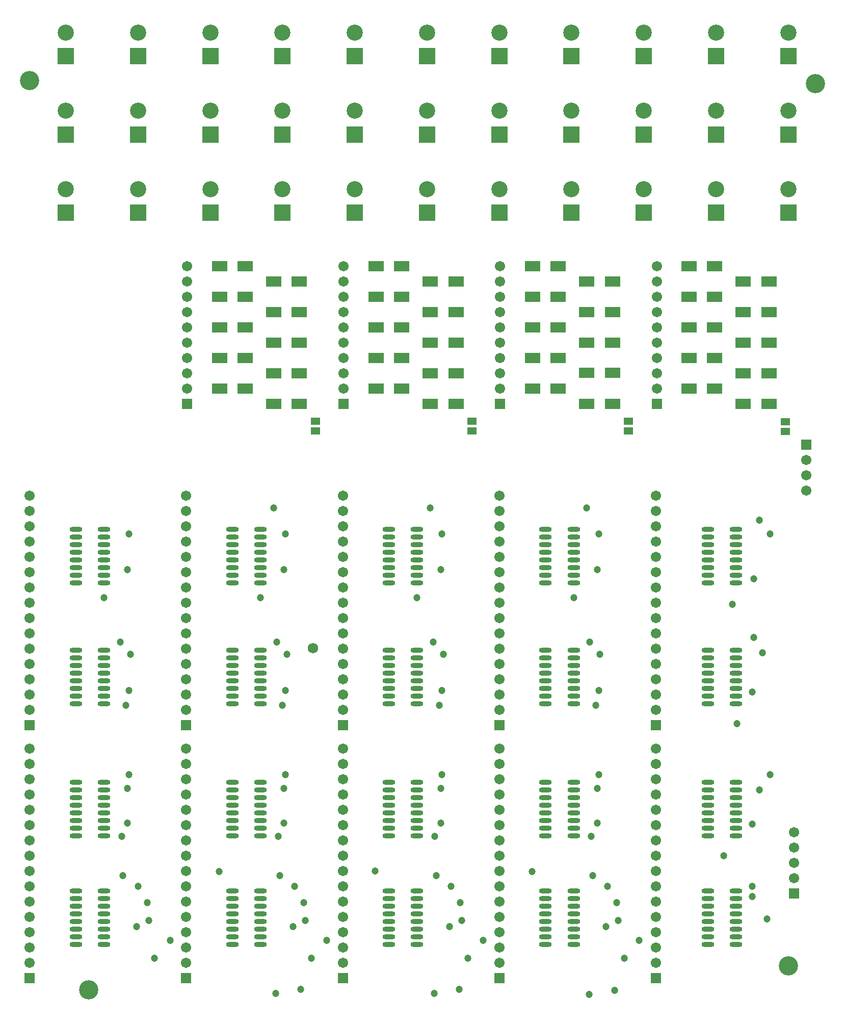
<source format=gts>
G04*
G04 #@! TF.GenerationSoftware,Altium Limited,Altium Designer,18.0.9 (584)*
G04*
G04 Layer_Color=8388736*
%FSLAX25Y25*%
%MOIN*%
G70*
G01*
G75*
%ADD17R,0.09973X0.06942*%
%ADD18R,0.05918X0.04737*%
%ADD19O,0.08280X0.03162*%
%ADD20C,0.06800*%
%ADD21R,0.10544X0.10544*%
%ADD22C,0.10544*%
%ADD23C,0.06706*%
%ADD24R,0.06706X0.06706*%
%ADD25C,0.12611*%
%ADD26C,0.04737*%
D17*
X379961Y419291D02*
D03*
X396811D02*
D03*
X482323Y398917D02*
D03*
X499173D02*
D03*
X446890Y408917D02*
D03*
X463740D02*
D03*
X482323Y418917D02*
D03*
X499173D02*
D03*
X446890Y428917D02*
D03*
X463740D02*
D03*
X482323Y438917D02*
D03*
X499173D02*
D03*
X446890Y448917D02*
D03*
X463740D02*
D03*
X482323Y458917D02*
D03*
X499173D02*
D03*
X446890Y468917D02*
D03*
X463740D02*
D03*
X482323Y478917D02*
D03*
X499173D02*
D03*
X446890Y488917D02*
D03*
X463740D02*
D03*
X294449Y398917D02*
D03*
X277598D02*
D03*
X396811D02*
D03*
X379960D02*
D03*
X259016Y408917D02*
D03*
X242165D02*
D03*
X361378D02*
D03*
X344527D02*
D03*
X294449Y418917D02*
D03*
X277598D02*
D03*
X259016Y428917D02*
D03*
X242165D02*
D03*
X361378D02*
D03*
X344527D02*
D03*
X294449Y438917D02*
D03*
X277598D02*
D03*
X396811D02*
D03*
X379960D02*
D03*
X259016Y448917D02*
D03*
X242165D02*
D03*
X361378D02*
D03*
X344527D02*
D03*
X294449Y458917D02*
D03*
X277598D02*
D03*
X396811D02*
D03*
X379960D02*
D03*
X259016Y468917D02*
D03*
X242165D02*
D03*
X361378D02*
D03*
X344527D02*
D03*
X294449Y478917D02*
D03*
X277598D02*
D03*
X396811D02*
D03*
X379960D02*
D03*
X259016Y488917D02*
D03*
X242165D02*
D03*
X361378D02*
D03*
X344527D02*
D03*
X192087Y398917D02*
D03*
X175236D02*
D03*
X156653Y408917D02*
D03*
X139803D02*
D03*
X192087Y418917D02*
D03*
X175236D02*
D03*
X156653Y428917D02*
D03*
X139803D02*
D03*
X192087Y438917D02*
D03*
X175236D02*
D03*
X156653Y448917D02*
D03*
X139803D02*
D03*
X192087Y458917D02*
D03*
X175236D02*
D03*
X156653Y468917D02*
D03*
X139803D02*
D03*
X192087Y478917D02*
D03*
X175236D02*
D03*
X156653Y488917D02*
D03*
X139803D02*
D03*
D18*
X509842Y380709D02*
D03*
Y387008D02*
D03*
X304921Y381299D02*
D03*
Y387598D02*
D03*
X407283Y381299D02*
D03*
Y387598D02*
D03*
X202559Y381299D02*
D03*
Y387598D02*
D03*
D19*
X269094Y316713D02*
D03*
Y311713D02*
D03*
Y306713D02*
D03*
Y301713D02*
D03*
Y296713D02*
D03*
Y291713D02*
D03*
Y286713D02*
D03*
Y281713D02*
D03*
X250590Y316713D02*
D03*
Y311713D02*
D03*
Y306713D02*
D03*
Y301713D02*
D03*
Y296713D02*
D03*
Y291713D02*
D03*
Y286713D02*
D03*
Y281713D02*
D03*
X269094Y151358D02*
D03*
Y146358D02*
D03*
Y141358D02*
D03*
Y136358D02*
D03*
Y131358D02*
D03*
Y126358D02*
D03*
Y121358D02*
D03*
Y116358D02*
D03*
X250590Y151358D02*
D03*
Y146358D02*
D03*
Y141358D02*
D03*
Y136358D02*
D03*
Y131358D02*
D03*
Y126358D02*
D03*
Y121358D02*
D03*
Y116358D02*
D03*
X64370Y316713D02*
D03*
Y311713D02*
D03*
Y306713D02*
D03*
Y301713D02*
D03*
Y296713D02*
D03*
Y291713D02*
D03*
Y286713D02*
D03*
Y281713D02*
D03*
X45866Y316713D02*
D03*
Y311713D02*
D03*
Y306713D02*
D03*
Y301713D02*
D03*
Y296713D02*
D03*
Y291713D02*
D03*
Y286713D02*
D03*
Y281713D02*
D03*
X166732Y316713D02*
D03*
Y311713D02*
D03*
Y306713D02*
D03*
Y301713D02*
D03*
Y296713D02*
D03*
Y291713D02*
D03*
Y286713D02*
D03*
Y281713D02*
D03*
X148228Y316713D02*
D03*
Y311713D02*
D03*
Y306713D02*
D03*
Y301713D02*
D03*
Y296713D02*
D03*
Y291713D02*
D03*
Y286713D02*
D03*
Y281713D02*
D03*
X166732Y151358D02*
D03*
Y146358D02*
D03*
Y141358D02*
D03*
Y136358D02*
D03*
Y131358D02*
D03*
Y126358D02*
D03*
Y121358D02*
D03*
Y116358D02*
D03*
X148228Y151358D02*
D03*
Y146358D02*
D03*
Y141358D02*
D03*
Y136358D02*
D03*
Y131358D02*
D03*
Y126358D02*
D03*
Y121358D02*
D03*
Y116358D02*
D03*
X64370Y151358D02*
D03*
Y146358D02*
D03*
Y141358D02*
D03*
Y136358D02*
D03*
Y131358D02*
D03*
Y126358D02*
D03*
Y121358D02*
D03*
Y116358D02*
D03*
X45866Y151358D02*
D03*
Y146358D02*
D03*
Y141358D02*
D03*
Y136358D02*
D03*
Y131358D02*
D03*
Y126358D02*
D03*
Y121358D02*
D03*
Y116358D02*
D03*
X269094Y237972D02*
D03*
Y232972D02*
D03*
Y227972D02*
D03*
Y222972D02*
D03*
Y217972D02*
D03*
Y212972D02*
D03*
Y207972D02*
D03*
Y202972D02*
D03*
X250590Y237972D02*
D03*
Y232972D02*
D03*
Y227972D02*
D03*
Y222972D02*
D03*
Y217972D02*
D03*
Y212972D02*
D03*
Y207972D02*
D03*
Y202972D02*
D03*
X269094Y80492D02*
D03*
Y75492D02*
D03*
Y70492D02*
D03*
Y65492D02*
D03*
Y60492D02*
D03*
Y55492D02*
D03*
Y50492D02*
D03*
Y45492D02*
D03*
X250590Y80492D02*
D03*
Y75492D02*
D03*
Y70492D02*
D03*
Y65492D02*
D03*
Y60492D02*
D03*
Y55492D02*
D03*
Y50492D02*
D03*
Y45492D02*
D03*
X64370Y237972D02*
D03*
Y232972D02*
D03*
Y227972D02*
D03*
Y222972D02*
D03*
Y217972D02*
D03*
Y212972D02*
D03*
Y207972D02*
D03*
Y202972D02*
D03*
X45866Y237972D02*
D03*
Y232972D02*
D03*
Y227972D02*
D03*
Y222972D02*
D03*
Y217972D02*
D03*
Y212972D02*
D03*
Y207972D02*
D03*
Y202972D02*
D03*
X166732Y237972D02*
D03*
X166732Y232972D02*
D03*
X166732Y227972D02*
D03*
Y222972D02*
D03*
Y217972D02*
D03*
Y212972D02*
D03*
X166732Y207972D02*
D03*
X166732Y202972D02*
D03*
X148228Y237972D02*
D03*
X148228Y232972D02*
D03*
X148228Y227972D02*
D03*
Y222972D02*
D03*
Y217972D02*
D03*
Y212972D02*
D03*
X148228Y207972D02*
D03*
X148228Y202972D02*
D03*
X166732Y80492D02*
D03*
Y75492D02*
D03*
Y70492D02*
D03*
Y65492D02*
D03*
Y60492D02*
D03*
Y55492D02*
D03*
Y50492D02*
D03*
Y45492D02*
D03*
X148228Y80492D02*
D03*
Y75492D02*
D03*
Y70492D02*
D03*
Y65492D02*
D03*
Y60492D02*
D03*
Y55492D02*
D03*
Y50492D02*
D03*
Y45492D02*
D03*
X64370Y80492D02*
D03*
Y75492D02*
D03*
Y70492D02*
D03*
Y65492D02*
D03*
Y60492D02*
D03*
Y55492D02*
D03*
Y50492D02*
D03*
Y45492D02*
D03*
X45866Y80492D02*
D03*
Y75492D02*
D03*
Y70492D02*
D03*
Y65492D02*
D03*
Y60492D02*
D03*
Y55492D02*
D03*
Y50492D02*
D03*
Y45492D02*
D03*
X371457Y316713D02*
D03*
Y311713D02*
D03*
Y306713D02*
D03*
Y301713D02*
D03*
Y296713D02*
D03*
Y291713D02*
D03*
Y286713D02*
D03*
Y281713D02*
D03*
X352953Y316713D02*
D03*
Y311713D02*
D03*
Y306713D02*
D03*
Y301713D02*
D03*
Y296713D02*
D03*
Y291713D02*
D03*
Y286713D02*
D03*
Y281713D02*
D03*
X371457Y237972D02*
D03*
Y232972D02*
D03*
Y227972D02*
D03*
Y222972D02*
D03*
Y217972D02*
D03*
Y212972D02*
D03*
Y207972D02*
D03*
Y202972D02*
D03*
X352953Y237972D02*
D03*
Y232972D02*
D03*
Y227972D02*
D03*
Y222972D02*
D03*
Y217972D02*
D03*
Y212972D02*
D03*
Y207972D02*
D03*
Y202972D02*
D03*
X371457Y151358D02*
D03*
Y146358D02*
D03*
Y141358D02*
D03*
Y136358D02*
D03*
Y131358D02*
D03*
Y126358D02*
D03*
Y121358D02*
D03*
Y116358D02*
D03*
X352953Y151358D02*
D03*
Y146358D02*
D03*
Y141358D02*
D03*
Y136358D02*
D03*
Y131358D02*
D03*
Y126358D02*
D03*
Y121358D02*
D03*
Y116358D02*
D03*
X371457Y80492D02*
D03*
Y75492D02*
D03*
Y70492D02*
D03*
Y65492D02*
D03*
Y60492D02*
D03*
Y55492D02*
D03*
Y50492D02*
D03*
Y45492D02*
D03*
X352953Y80492D02*
D03*
Y75492D02*
D03*
Y70492D02*
D03*
Y65492D02*
D03*
Y60492D02*
D03*
Y55492D02*
D03*
Y50492D02*
D03*
Y45492D02*
D03*
X477756Y316713D02*
D03*
Y311713D02*
D03*
Y306713D02*
D03*
Y301713D02*
D03*
Y296713D02*
D03*
Y291713D02*
D03*
Y286713D02*
D03*
Y281713D02*
D03*
X459252Y316713D02*
D03*
Y311713D02*
D03*
Y306713D02*
D03*
Y301713D02*
D03*
Y296713D02*
D03*
Y291713D02*
D03*
Y286713D02*
D03*
Y281713D02*
D03*
X477756Y237972D02*
D03*
Y232972D02*
D03*
Y227972D02*
D03*
Y222972D02*
D03*
Y217972D02*
D03*
Y212972D02*
D03*
Y207972D02*
D03*
Y202972D02*
D03*
X459252Y237972D02*
D03*
Y232972D02*
D03*
Y227972D02*
D03*
Y222972D02*
D03*
Y217972D02*
D03*
Y212972D02*
D03*
Y207972D02*
D03*
Y202972D02*
D03*
X477756Y151358D02*
D03*
Y146358D02*
D03*
Y141358D02*
D03*
Y136358D02*
D03*
Y131358D02*
D03*
Y126358D02*
D03*
Y121358D02*
D03*
Y116358D02*
D03*
X459252Y151358D02*
D03*
Y146358D02*
D03*
Y141358D02*
D03*
Y136358D02*
D03*
Y131358D02*
D03*
Y126358D02*
D03*
Y121358D02*
D03*
Y116358D02*
D03*
X477756Y80492D02*
D03*
Y75492D02*
D03*
Y70492D02*
D03*
Y65492D02*
D03*
Y60492D02*
D03*
Y55492D02*
D03*
Y50492D02*
D03*
Y45492D02*
D03*
X459252Y80492D02*
D03*
Y75492D02*
D03*
Y70492D02*
D03*
Y65492D02*
D03*
Y60492D02*
D03*
Y55492D02*
D03*
Y50492D02*
D03*
Y45492D02*
D03*
D20*
X200787Y239173D02*
D03*
D21*
X39370Y574882D02*
D03*
X511811Y626063D02*
D03*
X511811Y574882D02*
D03*
X464567Y626063D02*
D03*
X464567Y574882D02*
D03*
Y523701D02*
D03*
X417323Y626063D02*
D03*
X417323Y574882D02*
D03*
Y523701D02*
D03*
X370079Y626063D02*
D03*
Y574882D02*
D03*
Y523701D02*
D03*
X322835Y626063D02*
D03*
X322835Y574882D02*
D03*
Y523701D02*
D03*
X275590Y626063D02*
D03*
Y574882D02*
D03*
Y523701D02*
D03*
X228346Y626063D02*
D03*
X228346Y574882D02*
D03*
Y523701D02*
D03*
X181102Y626063D02*
D03*
X181102Y574882D02*
D03*
Y523701D02*
D03*
X133858Y626063D02*
D03*
X133858Y574882D02*
D03*
Y523701D02*
D03*
X86614Y626063D02*
D03*
X86614Y574882D02*
D03*
Y523701D02*
D03*
X39370Y626063D02*
D03*
X39370Y523701D02*
D03*
X511811D02*
D03*
D22*
X39370Y590473D02*
D03*
X511811Y641653D02*
D03*
X511811Y590473D02*
D03*
X464567Y641653D02*
D03*
X464567Y590473D02*
D03*
Y539291D02*
D03*
X417323Y641653D02*
D03*
X417323Y590473D02*
D03*
Y539291D02*
D03*
X370079Y641653D02*
D03*
Y590473D02*
D03*
Y539291D02*
D03*
X322835Y641653D02*
D03*
X322835Y590473D02*
D03*
Y539291D02*
D03*
X275590Y641653D02*
D03*
Y590473D02*
D03*
Y539291D02*
D03*
X228346Y641653D02*
D03*
X228346Y590473D02*
D03*
Y539291D02*
D03*
X181102Y641653D02*
D03*
X181102Y590473D02*
D03*
Y539291D02*
D03*
X133858Y641653D02*
D03*
X133858Y590473D02*
D03*
Y539291D02*
D03*
X86614Y641653D02*
D03*
X86614Y590473D02*
D03*
Y539291D02*
D03*
X39370Y641653D02*
D03*
X39370Y539291D02*
D03*
X511811D02*
D03*
D23*
X523622Y342047D02*
D03*
Y352047D02*
D03*
Y362047D02*
D03*
X425787Y408917D02*
D03*
Y428917D02*
D03*
Y438917D02*
D03*
Y448917D02*
D03*
Y458917D02*
D03*
Y468917D02*
D03*
Y478917D02*
D03*
Y488917D02*
D03*
Y418917D02*
D03*
X118701D02*
D03*
Y488917D02*
D03*
Y478917D02*
D03*
Y468917D02*
D03*
Y458917D02*
D03*
Y448917D02*
D03*
Y438917D02*
D03*
Y428917D02*
D03*
Y408917D02*
D03*
X221063Y418917D02*
D03*
Y488917D02*
D03*
Y478917D02*
D03*
Y468917D02*
D03*
Y458917D02*
D03*
Y448917D02*
D03*
Y438917D02*
D03*
Y428917D02*
D03*
Y408917D02*
D03*
X323425Y418917D02*
D03*
Y488917D02*
D03*
Y478917D02*
D03*
Y468917D02*
D03*
Y458917D02*
D03*
Y448917D02*
D03*
Y438917D02*
D03*
Y428917D02*
D03*
Y408917D02*
D03*
X220472Y198976D02*
D03*
Y208976D02*
D03*
Y218976D02*
D03*
Y228976D02*
D03*
Y238976D02*
D03*
Y248976D02*
D03*
Y258976D02*
D03*
Y268976D02*
D03*
Y278976D02*
D03*
Y288976D02*
D03*
Y298976D02*
D03*
Y308976D02*
D03*
Y318976D02*
D03*
Y328976D02*
D03*
Y338976D02*
D03*
Y33622D02*
D03*
Y43622D02*
D03*
Y53622D02*
D03*
Y63622D02*
D03*
Y73622D02*
D03*
Y83622D02*
D03*
Y93622D02*
D03*
Y103622D02*
D03*
Y113622D02*
D03*
Y123622D02*
D03*
Y133622D02*
D03*
Y143622D02*
D03*
Y153622D02*
D03*
Y163622D02*
D03*
Y173622D02*
D03*
X15748Y198976D02*
D03*
Y208976D02*
D03*
Y218976D02*
D03*
Y228976D02*
D03*
Y238976D02*
D03*
Y248976D02*
D03*
Y258976D02*
D03*
Y268976D02*
D03*
Y278976D02*
D03*
Y288976D02*
D03*
Y298976D02*
D03*
Y308976D02*
D03*
Y318976D02*
D03*
Y328976D02*
D03*
Y338976D02*
D03*
X118110Y198976D02*
D03*
Y208976D02*
D03*
Y218976D02*
D03*
Y228976D02*
D03*
Y238976D02*
D03*
Y248976D02*
D03*
Y258976D02*
D03*
Y268976D02*
D03*
Y278976D02*
D03*
Y288976D02*
D03*
Y298976D02*
D03*
Y308976D02*
D03*
Y318976D02*
D03*
Y328976D02*
D03*
Y338976D02*
D03*
Y33622D02*
D03*
Y43622D02*
D03*
Y53622D02*
D03*
Y63622D02*
D03*
Y73622D02*
D03*
Y83622D02*
D03*
Y93622D02*
D03*
Y103622D02*
D03*
Y113622D02*
D03*
Y123622D02*
D03*
Y133622D02*
D03*
Y143622D02*
D03*
Y153622D02*
D03*
Y163622D02*
D03*
Y173622D02*
D03*
X15748Y33622D02*
D03*
Y43622D02*
D03*
Y53622D02*
D03*
Y63622D02*
D03*
Y73622D02*
D03*
Y83622D02*
D03*
Y93622D02*
D03*
Y103622D02*
D03*
Y113622D02*
D03*
Y123622D02*
D03*
Y133622D02*
D03*
Y143622D02*
D03*
Y153622D02*
D03*
Y163622D02*
D03*
Y173622D02*
D03*
X322835Y198976D02*
D03*
Y208976D02*
D03*
Y218976D02*
D03*
Y228976D02*
D03*
Y238976D02*
D03*
Y248976D02*
D03*
Y258976D02*
D03*
Y268976D02*
D03*
Y278976D02*
D03*
Y288976D02*
D03*
Y298976D02*
D03*
Y308976D02*
D03*
Y318976D02*
D03*
Y328976D02*
D03*
Y338976D02*
D03*
Y33622D02*
D03*
Y43622D02*
D03*
Y53622D02*
D03*
Y63622D02*
D03*
Y73622D02*
D03*
Y83622D02*
D03*
Y93622D02*
D03*
Y103622D02*
D03*
Y113622D02*
D03*
Y123622D02*
D03*
Y133622D02*
D03*
Y143622D02*
D03*
Y153622D02*
D03*
Y163622D02*
D03*
Y173622D02*
D03*
X425197Y198976D02*
D03*
Y208976D02*
D03*
Y218976D02*
D03*
Y228976D02*
D03*
Y238976D02*
D03*
Y248976D02*
D03*
Y258976D02*
D03*
Y268976D02*
D03*
Y278976D02*
D03*
Y288976D02*
D03*
Y298976D02*
D03*
Y308976D02*
D03*
Y318976D02*
D03*
Y328976D02*
D03*
Y338976D02*
D03*
Y33622D02*
D03*
Y43622D02*
D03*
Y53622D02*
D03*
Y63622D02*
D03*
Y73622D02*
D03*
Y83622D02*
D03*
Y93622D02*
D03*
Y103622D02*
D03*
Y113622D02*
D03*
Y123622D02*
D03*
Y133622D02*
D03*
Y143622D02*
D03*
Y153622D02*
D03*
Y163622D02*
D03*
Y173622D02*
D03*
X515748Y118740D02*
D03*
Y108740D02*
D03*
Y98740D02*
D03*
Y88740D02*
D03*
D24*
X523622Y372047D02*
D03*
X425787Y398917D02*
D03*
X118701D02*
D03*
X221063D02*
D03*
X323425D02*
D03*
X220472Y188976D02*
D03*
Y23622D02*
D03*
X15748Y188976D02*
D03*
X118110D02*
D03*
Y23622D02*
D03*
X15748D02*
D03*
X322835Y188976D02*
D03*
Y23622D02*
D03*
X425197Y188976D02*
D03*
Y23622D02*
D03*
X515748Y78740D02*
D03*
D25*
X511811Y31496D02*
D03*
X54368Y15748D02*
D03*
X15748Y610236D02*
D03*
X529528Y608268D02*
D03*
D26*
X176673Y13386D02*
D03*
X193110Y16043D02*
D03*
X139567Y93307D02*
D03*
X107579Y48228D02*
D03*
X80709Y313976D02*
D03*
X93504Y61024D02*
D03*
X92520Y72835D02*
D03*
X85630Y57087D02*
D03*
X97441Y36417D02*
D03*
X86614Y83661D02*
D03*
X75787Y116142D02*
D03*
X76772Y90551D02*
D03*
X79724Y125000D02*
D03*
Y147638D02*
D03*
X80709Y156496D02*
D03*
X78740Y201772D02*
D03*
X80709Y211614D02*
D03*
X81693Y235236D02*
D03*
X79724Y290354D02*
D03*
X74803Y243110D02*
D03*
X64370Y272244D02*
D03*
X241634Y93504D02*
D03*
X296555Y16043D02*
D03*
X280118Y13386D02*
D03*
X175197Y330709D02*
D03*
X166732Y272244D02*
D03*
X177165Y243110D02*
D03*
X182087Y290354D02*
D03*
X184055Y235236D02*
D03*
X183071Y211614D02*
D03*
X181102Y201772D02*
D03*
X183071Y156496D02*
D03*
X182087Y147638D02*
D03*
Y125000D02*
D03*
X179134Y90551D02*
D03*
X178149Y116142D02*
D03*
X188976Y83661D02*
D03*
X199803Y36417D02*
D03*
X187992Y57087D02*
D03*
X194882Y72835D02*
D03*
X195866Y61024D02*
D03*
X183071Y313976D02*
D03*
X209941Y48228D02*
D03*
X344390Y93110D02*
D03*
X381693Y12992D02*
D03*
X398130Y15650D02*
D03*
X312303Y48228D02*
D03*
X285433Y313976D02*
D03*
X298228Y61024D02*
D03*
X297244Y72835D02*
D03*
X290354Y57087D02*
D03*
X302165Y36417D02*
D03*
X291338Y83661D02*
D03*
X280512Y116142D02*
D03*
X281496Y90551D02*
D03*
X284449Y125000D02*
D03*
Y147638D02*
D03*
X285433Y156496D02*
D03*
X283465Y201772D02*
D03*
X285433Y211614D02*
D03*
X286417Y235236D02*
D03*
X284449Y290354D02*
D03*
X279527Y243110D02*
D03*
X269094Y272244D02*
D03*
X277559Y330709D02*
D03*
X379921Y330709D02*
D03*
X371457Y272244D02*
D03*
X381890Y243110D02*
D03*
X386811Y290354D02*
D03*
X388779Y235236D02*
D03*
X387795Y211614D02*
D03*
X385827Y201772D02*
D03*
X387795Y156496D02*
D03*
X386811Y147638D02*
D03*
Y125000D02*
D03*
X383858Y90551D02*
D03*
X382874Y116142D02*
D03*
X393701Y83661D02*
D03*
X414370Y48228D02*
D03*
X404528Y36417D02*
D03*
X392717Y57087D02*
D03*
X399606Y72835D02*
D03*
X400591Y61024D02*
D03*
X387795Y313976D02*
D03*
X500000D02*
D03*
D03*
X493110Y322835D02*
D03*
X489173Y284449D02*
D03*
X475394Y267717D02*
D03*
X489173Y246063D02*
D03*
X495079Y236221D02*
D03*
X478346Y189961D02*
D03*
X488189Y210630D02*
D03*
D03*
X500000Y156496D02*
D03*
X488189Y76772D02*
D03*
X493110Y146653D02*
D03*
X469488Y103347D02*
D03*
X488189Y124016D02*
D03*
Y83661D02*
D03*
X498032Y62008D02*
D03*
M02*

</source>
